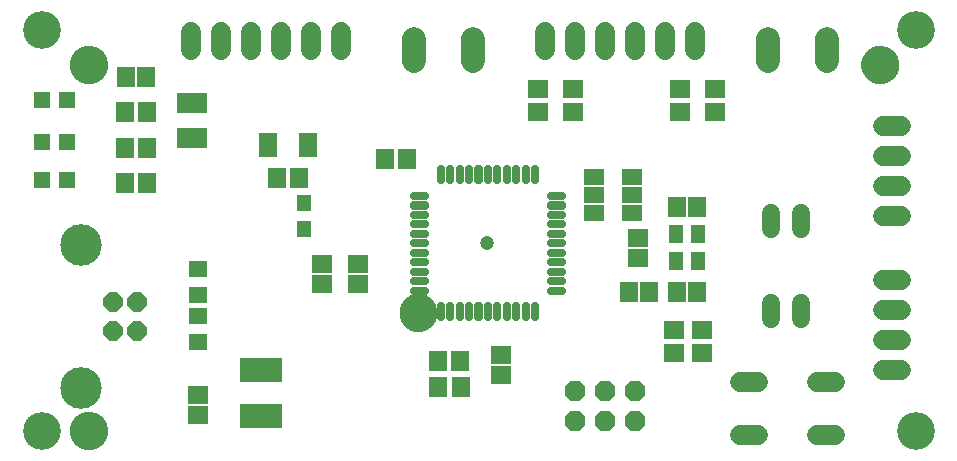
<source format=gbr>
G04 EAGLE Gerber RS-274X export*
G75*
%MOMM*%
%FSLAX34Y34*%
%LPD*%
%INSoldermask Top*%
%IPPOS*%
%AMOC8*
5,1,8,0,0,1.08239X$1,22.5*%
G01*
%ADD10C,3.203200*%
%ADD11R,1.703200X1.503200*%
%ADD12R,1.503200X1.703200*%
%ADD13R,2.603200X1.803200*%
%ADD14R,1.603200X2.003200*%
%ADD15R,3.603200X2.103200*%
%ADD16C,2.184400*%
%ADD17C,1.219200*%
%ADD18P,1.897646X8X22.500000*%
%ADD19R,1.203200X1.403200*%
%ADD20R,1.403200X1.403200*%
%ADD21C,0.561750*%
%ADD22C,1.203200*%
%ADD23P,1.798066X8X292.500000*%
%ADD24C,3.519200*%
%ADD25R,1.253200X1.503200*%
%ADD26R,1.603200X1.403200*%
%ADD27C,1.727200*%
%ADD28C,1.524000*%
%ADD29R,1.803400X1.371600*%
%ADD30C,1.993900*%


D10*
X30000Y30000D03*
X30000Y370000D03*
X770000Y370000D03*
X770000Y30000D03*
D11*
X162090Y43430D03*
X162090Y60430D03*
D12*
X527500Y148000D03*
X544500Y148000D03*
X567500Y148000D03*
X584500Y148000D03*
X567500Y220000D03*
X584500Y220000D03*
D11*
X267700Y154800D03*
X267700Y171800D03*
X297860Y171860D03*
X297860Y154860D03*
X418870Y94790D03*
X418870Y77790D03*
D13*
X157500Y278200D03*
X157500Y308200D03*
D12*
X101500Y330000D03*
X118500Y330000D03*
D14*
X221700Y272500D03*
X255700Y272500D03*
D15*
X215600Y42700D03*
X215600Y81700D03*
D16*
X344000Y130000D02*
X344002Y130141D01*
X344008Y130282D01*
X344018Y130422D01*
X344032Y130562D01*
X344050Y130702D01*
X344071Y130841D01*
X344097Y130980D01*
X344126Y131118D01*
X344160Y131254D01*
X344197Y131390D01*
X344238Y131525D01*
X344283Y131659D01*
X344332Y131791D01*
X344384Y131922D01*
X344440Y132051D01*
X344500Y132178D01*
X344563Y132304D01*
X344629Y132428D01*
X344700Y132551D01*
X344773Y132671D01*
X344850Y132789D01*
X344930Y132905D01*
X345014Y133018D01*
X345100Y133129D01*
X345190Y133238D01*
X345283Y133344D01*
X345378Y133447D01*
X345477Y133548D01*
X345578Y133646D01*
X345682Y133741D01*
X345789Y133833D01*
X345898Y133922D01*
X346010Y134007D01*
X346124Y134090D01*
X346240Y134170D01*
X346359Y134246D01*
X346480Y134318D01*
X346602Y134388D01*
X346727Y134453D01*
X346853Y134516D01*
X346981Y134574D01*
X347111Y134629D01*
X347242Y134681D01*
X347375Y134728D01*
X347509Y134772D01*
X347644Y134813D01*
X347780Y134849D01*
X347917Y134881D01*
X348055Y134910D01*
X348193Y134935D01*
X348333Y134955D01*
X348473Y134972D01*
X348613Y134985D01*
X348754Y134994D01*
X348894Y134999D01*
X349035Y135000D01*
X349176Y134997D01*
X349317Y134990D01*
X349457Y134979D01*
X349597Y134964D01*
X349737Y134945D01*
X349876Y134923D01*
X350014Y134896D01*
X350152Y134866D01*
X350288Y134831D01*
X350424Y134793D01*
X350558Y134751D01*
X350692Y134705D01*
X350824Y134656D01*
X350954Y134602D01*
X351083Y134545D01*
X351210Y134485D01*
X351336Y134421D01*
X351459Y134353D01*
X351581Y134282D01*
X351701Y134208D01*
X351818Y134130D01*
X351933Y134049D01*
X352046Y133965D01*
X352157Y133878D01*
X352265Y133787D01*
X352370Y133694D01*
X352473Y133597D01*
X352573Y133498D01*
X352670Y133396D01*
X352764Y133291D01*
X352855Y133184D01*
X352943Y133074D01*
X353028Y132962D01*
X353110Y132847D01*
X353189Y132730D01*
X353264Y132611D01*
X353336Y132490D01*
X353404Y132367D01*
X353469Y132242D01*
X353531Y132115D01*
X353588Y131986D01*
X353643Y131856D01*
X353693Y131725D01*
X353740Y131592D01*
X353783Y131458D01*
X353822Y131322D01*
X353857Y131186D01*
X353889Y131049D01*
X353916Y130911D01*
X353940Y130772D01*
X353960Y130632D01*
X353976Y130492D01*
X353988Y130352D01*
X353996Y130211D01*
X354000Y130070D01*
X354000Y129930D01*
X353996Y129789D01*
X353988Y129648D01*
X353976Y129508D01*
X353960Y129368D01*
X353940Y129228D01*
X353916Y129089D01*
X353889Y128951D01*
X353857Y128814D01*
X353822Y128678D01*
X353783Y128542D01*
X353740Y128408D01*
X353693Y128275D01*
X353643Y128144D01*
X353588Y128014D01*
X353531Y127885D01*
X353469Y127758D01*
X353404Y127633D01*
X353336Y127510D01*
X353264Y127389D01*
X353189Y127270D01*
X353110Y127153D01*
X353028Y127038D01*
X352943Y126926D01*
X352855Y126816D01*
X352764Y126709D01*
X352670Y126604D01*
X352573Y126502D01*
X352473Y126403D01*
X352370Y126306D01*
X352265Y126213D01*
X352157Y126122D01*
X352046Y126035D01*
X351933Y125951D01*
X351818Y125870D01*
X351701Y125792D01*
X351581Y125718D01*
X351459Y125647D01*
X351336Y125579D01*
X351210Y125515D01*
X351083Y125455D01*
X350954Y125398D01*
X350824Y125344D01*
X350692Y125295D01*
X350558Y125249D01*
X350424Y125207D01*
X350288Y125169D01*
X350152Y125134D01*
X350014Y125104D01*
X349876Y125077D01*
X349737Y125055D01*
X349597Y125036D01*
X349457Y125021D01*
X349317Y125010D01*
X349176Y125003D01*
X349035Y125000D01*
X348894Y125001D01*
X348754Y125006D01*
X348613Y125015D01*
X348473Y125028D01*
X348333Y125045D01*
X348193Y125065D01*
X348055Y125090D01*
X347917Y125119D01*
X347780Y125151D01*
X347644Y125187D01*
X347509Y125228D01*
X347375Y125272D01*
X347242Y125319D01*
X347111Y125371D01*
X346981Y125426D01*
X346853Y125484D01*
X346727Y125547D01*
X346602Y125612D01*
X346480Y125682D01*
X346359Y125754D01*
X346240Y125830D01*
X346124Y125910D01*
X346010Y125993D01*
X345898Y126078D01*
X345789Y126167D01*
X345682Y126259D01*
X345578Y126354D01*
X345477Y126452D01*
X345378Y126553D01*
X345283Y126656D01*
X345190Y126762D01*
X345100Y126871D01*
X345014Y126982D01*
X344930Y127095D01*
X344850Y127211D01*
X344773Y127329D01*
X344700Y127449D01*
X344629Y127572D01*
X344563Y127696D01*
X344500Y127822D01*
X344440Y127949D01*
X344384Y128078D01*
X344332Y128209D01*
X344283Y128341D01*
X344238Y128475D01*
X344197Y128610D01*
X344160Y128746D01*
X344126Y128882D01*
X344097Y129020D01*
X344071Y129159D01*
X344050Y129298D01*
X344032Y129438D01*
X344018Y129578D01*
X344008Y129718D01*
X344002Y129859D01*
X344000Y130000D01*
D17*
X349000Y130000D03*
D16*
X65000Y30000D02*
X65002Y30141D01*
X65008Y30282D01*
X65018Y30422D01*
X65032Y30562D01*
X65050Y30702D01*
X65071Y30841D01*
X65097Y30980D01*
X65126Y31118D01*
X65160Y31254D01*
X65197Y31390D01*
X65238Y31525D01*
X65283Y31659D01*
X65332Y31791D01*
X65384Y31922D01*
X65440Y32051D01*
X65500Y32178D01*
X65563Y32304D01*
X65629Y32428D01*
X65700Y32551D01*
X65773Y32671D01*
X65850Y32789D01*
X65930Y32905D01*
X66014Y33018D01*
X66100Y33129D01*
X66190Y33238D01*
X66283Y33344D01*
X66378Y33447D01*
X66477Y33548D01*
X66578Y33646D01*
X66682Y33741D01*
X66789Y33833D01*
X66898Y33922D01*
X67010Y34007D01*
X67124Y34090D01*
X67240Y34170D01*
X67359Y34246D01*
X67480Y34318D01*
X67602Y34388D01*
X67727Y34453D01*
X67853Y34516D01*
X67981Y34574D01*
X68111Y34629D01*
X68242Y34681D01*
X68375Y34728D01*
X68509Y34772D01*
X68644Y34813D01*
X68780Y34849D01*
X68917Y34881D01*
X69055Y34910D01*
X69193Y34935D01*
X69333Y34955D01*
X69473Y34972D01*
X69613Y34985D01*
X69754Y34994D01*
X69894Y34999D01*
X70035Y35000D01*
X70176Y34997D01*
X70317Y34990D01*
X70457Y34979D01*
X70597Y34964D01*
X70737Y34945D01*
X70876Y34923D01*
X71014Y34896D01*
X71152Y34866D01*
X71288Y34831D01*
X71424Y34793D01*
X71558Y34751D01*
X71692Y34705D01*
X71824Y34656D01*
X71954Y34602D01*
X72083Y34545D01*
X72210Y34485D01*
X72336Y34421D01*
X72459Y34353D01*
X72581Y34282D01*
X72701Y34208D01*
X72818Y34130D01*
X72933Y34049D01*
X73046Y33965D01*
X73157Y33878D01*
X73265Y33787D01*
X73370Y33694D01*
X73473Y33597D01*
X73573Y33498D01*
X73670Y33396D01*
X73764Y33291D01*
X73855Y33184D01*
X73943Y33074D01*
X74028Y32962D01*
X74110Y32847D01*
X74189Y32730D01*
X74264Y32611D01*
X74336Y32490D01*
X74404Y32367D01*
X74469Y32242D01*
X74531Y32115D01*
X74588Y31986D01*
X74643Y31856D01*
X74693Y31725D01*
X74740Y31592D01*
X74783Y31458D01*
X74822Y31322D01*
X74857Y31186D01*
X74889Y31049D01*
X74916Y30911D01*
X74940Y30772D01*
X74960Y30632D01*
X74976Y30492D01*
X74988Y30352D01*
X74996Y30211D01*
X75000Y30070D01*
X75000Y29930D01*
X74996Y29789D01*
X74988Y29648D01*
X74976Y29508D01*
X74960Y29368D01*
X74940Y29228D01*
X74916Y29089D01*
X74889Y28951D01*
X74857Y28814D01*
X74822Y28678D01*
X74783Y28542D01*
X74740Y28408D01*
X74693Y28275D01*
X74643Y28144D01*
X74588Y28014D01*
X74531Y27885D01*
X74469Y27758D01*
X74404Y27633D01*
X74336Y27510D01*
X74264Y27389D01*
X74189Y27270D01*
X74110Y27153D01*
X74028Y27038D01*
X73943Y26926D01*
X73855Y26816D01*
X73764Y26709D01*
X73670Y26604D01*
X73573Y26502D01*
X73473Y26403D01*
X73370Y26306D01*
X73265Y26213D01*
X73157Y26122D01*
X73046Y26035D01*
X72933Y25951D01*
X72818Y25870D01*
X72701Y25792D01*
X72581Y25718D01*
X72459Y25647D01*
X72336Y25579D01*
X72210Y25515D01*
X72083Y25455D01*
X71954Y25398D01*
X71824Y25344D01*
X71692Y25295D01*
X71558Y25249D01*
X71424Y25207D01*
X71288Y25169D01*
X71152Y25134D01*
X71014Y25104D01*
X70876Y25077D01*
X70737Y25055D01*
X70597Y25036D01*
X70457Y25021D01*
X70317Y25010D01*
X70176Y25003D01*
X70035Y25000D01*
X69894Y25001D01*
X69754Y25006D01*
X69613Y25015D01*
X69473Y25028D01*
X69333Y25045D01*
X69193Y25065D01*
X69055Y25090D01*
X68917Y25119D01*
X68780Y25151D01*
X68644Y25187D01*
X68509Y25228D01*
X68375Y25272D01*
X68242Y25319D01*
X68111Y25371D01*
X67981Y25426D01*
X67853Y25484D01*
X67727Y25547D01*
X67602Y25612D01*
X67480Y25682D01*
X67359Y25754D01*
X67240Y25830D01*
X67124Y25910D01*
X67010Y25993D01*
X66898Y26078D01*
X66789Y26167D01*
X66682Y26259D01*
X66578Y26354D01*
X66477Y26452D01*
X66378Y26553D01*
X66283Y26656D01*
X66190Y26762D01*
X66100Y26871D01*
X66014Y26982D01*
X65930Y27095D01*
X65850Y27211D01*
X65773Y27329D01*
X65700Y27449D01*
X65629Y27572D01*
X65563Y27696D01*
X65500Y27822D01*
X65440Y27949D01*
X65384Y28078D01*
X65332Y28209D01*
X65283Y28341D01*
X65238Y28475D01*
X65197Y28610D01*
X65160Y28746D01*
X65126Y28882D01*
X65097Y29020D01*
X65071Y29159D01*
X65050Y29298D01*
X65032Y29438D01*
X65018Y29578D01*
X65008Y29718D01*
X65002Y29859D01*
X65000Y30000D01*
D17*
X70000Y30000D03*
D16*
X735000Y340000D02*
X735002Y340141D01*
X735008Y340282D01*
X735018Y340422D01*
X735032Y340562D01*
X735050Y340702D01*
X735071Y340841D01*
X735097Y340980D01*
X735126Y341118D01*
X735160Y341254D01*
X735197Y341390D01*
X735238Y341525D01*
X735283Y341659D01*
X735332Y341791D01*
X735384Y341922D01*
X735440Y342051D01*
X735500Y342178D01*
X735563Y342304D01*
X735629Y342428D01*
X735700Y342551D01*
X735773Y342671D01*
X735850Y342789D01*
X735930Y342905D01*
X736014Y343018D01*
X736100Y343129D01*
X736190Y343238D01*
X736283Y343344D01*
X736378Y343447D01*
X736477Y343548D01*
X736578Y343646D01*
X736682Y343741D01*
X736789Y343833D01*
X736898Y343922D01*
X737010Y344007D01*
X737124Y344090D01*
X737240Y344170D01*
X737359Y344246D01*
X737480Y344318D01*
X737602Y344388D01*
X737727Y344453D01*
X737853Y344516D01*
X737981Y344574D01*
X738111Y344629D01*
X738242Y344681D01*
X738375Y344728D01*
X738509Y344772D01*
X738644Y344813D01*
X738780Y344849D01*
X738917Y344881D01*
X739055Y344910D01*
X739193Y344935D01*
X739333Y344955D01*
X739473Y344972D01*
X739613Y344985D01*
X739754Y344994D01*
X739894Y344999D01*
X740035Y345000D01*
X740176Y344997D01*
X740317Y344990D01*
X740457Y344979D01*
X740597Y344964D01*
X740737Y344945D01*
X740876Y344923D01*
X741014Y344896D01*
X741152Y344866D01*
X741288Y344831D01*
X741424Y344793D01*
X741558Y344751D01*
X741692Y344705D01*
X741824Y344656D01*
X741954Y344602D01*
X742083Y344545D01*
X742210Y344485D01*
X742336Y344421D01*
X742459Y344353D01*
X742581Y344282D01*
X742701Y344208D01*
X742818Y344130D01*
X742933Y344049D01*
X743046Y343965D01*
X743157Y343878D01*
X743265Y343787D01*
X743370Y343694D01*
X743473Y343597D01*
X743573Y343498D01*
X743670Y343396D01*
X743764Y343291D01*
X743855Y343184D01*
X743943Y343074D01*
X744028Y342962D01*
X744110Y342847D01*
X744189Y342730D01*
X744264Y342611D01*
X744336Y342490D01*
X744404Y342367D01*
X744469Y342242D01*
X744531Y342115D01*
X744588Y341986D01*
X744643Y341856D01*
X744693Y341725D01*
X744740Y341592D01*
X744783Y341458D01*
X744822Y341322D01*
X744857Y341186D01*
X744889Y341049D01*
X744916Y340911D01*
X744940Y340772D01*
X744960Y340632D01*
X744976Y340492D01*
X744988Y340352D01*
X744996Y340211D01*
X745000Y340070D01*
X745000Y339930D01*
X744996Y339789D01*
X744988Y339648D01*
X744976Y339508D01*
X744960Y339368D01*
X744940Y339228D01*
X744916Y339089D01*
X744889Y338951D01*
X744857Y338814D01*
X744822Y338678D01*
X744783Y338542D01*
X744740Y338408D01*
X744693Y338275D01*
X744643Y338144D01*
X744588Y338014D01*
X744531Y337885D01*
X744469Y337758D01*
X744404Y337633D01*
X744336Y337510D01*
X744264Y337389D01*
X744189Y337270D01*
X744110Y337153D01*
X744028Y337038D01*
X743943Y336926D01*
X743855Y336816D01*
X743764Y336709D01*
X743670Y336604D01*
X743573Y336502D01*
X743473Y336403D01*
X743370Y336306D01*
X743265Y336213D01*
X743157Y336122D01*
X743046Y336035D01*
X742933Y335951D01*
X742818Y335870D01*
X742701Y335792D01*
X742581Y335718D01*
X742459Y335647D01*
X742336Y335579D01*
X742210Y335515D01*
X742083Y335455D01*
X741954Y335398D01*
X741824Y335344D01*
X741692Y335295D01*
X741558Y335249D01*
X741424Y335207D01*
X741288Y335169D01*
X741152Y335134D01*
X741014Y335104D01*
X740876Y335077D01*
X740737Y335055D01*
X740597Y335036D01*
X740457Y335021D01*
X740317Y335010D01*
X740176Y335003D01*
X740035Y335000D01*
X739894Y335001D01*
X739754Y335006D01*
X739613Y335015D01*
X739473Y335028D01*
X739333Y335045D01*
X739193Y335065D01*
X739055Y335090D01*
X738917Y335119D01*
X738780Y335151D01*
X738644Y335187D01*
X738509Y335228D01*
X738375Y335272D01*
X738242Y335319D01*
X738111Y335371D01*
X737981Y335426D01*
X737853Y335484D01*
X737727Y335547D01*
X737602Y335612D01*
X737480Y335682D01*
X737359Y335754D01*
X737240Y335830D01*
X737124Y335910D01*
X737010Y335993D01*
X736898Y336078D01*
X736789Y336167D01*
X736682Y336259D01*
X736578Y336354D01*
X736477Y336452D01*
X736378Y336553D01*
X736283Y336656D01*
X736190Y336762D01*
X736100Y336871D01*
X736014Y336982D01*
X735930Y337095D01*
X735850Y337211D01*
X735773Y337329D01*
X735700Y337449D01*
X735629Y337572D01*
X735563Y337696D01*
X735500Y337822D01*
X735440Y337949D01*
X735384Y338078D01*
X735332Y338209D01*
X735283Y338341D01*
X735238Y338475D01*
X735197Y338610D01*
X735160Y338746D01*
X735126Y338882D01*
X735097Y339020D01*
X735071Y339159D01*
X735050Y339298D01*
X735032Y339438D01*
X735018Y339578D01*
X735008Y339718D01*
X735002Y339859D01*
X735000Y340000D01*
D17*
X740000Y340000D03*
D18*
X481800Y38400D03*
X481800Y63800D03*
X507200Y38400D03*
X507200Y63800D03*
X532600Y38400D03*
X532600Y63800D03*
D19*
X252300Y223100D03*
X252300Y201100D03*
D20*
X51300Y310600D03*
X30300Y310600D03*
D11*
X535200Y193780D03*
X535200Y176780D03*
D20*
X30300Y242500D03*
X51300Y242500D03*
X30300Y274400D03*
X51300Y274400D03*
D21*
X367857Y136607D02*
X367857Y126193D01*
X366943Y126193D01*
X366943Y136607D01*
X367857Y136607D01*
X367857Y131530D02*
X366943Y131530D01*
X375857Y136607D02*
X375857Y126193D01*
X374943Y126193D01*
X374943Y136607D01*
X375857Y136607D01*
X375857Y131530D02*
X374943Y131530D01*
X383857Y136607D02*
X383857Y126193D01*
X382943Y126193D01*
X382943Y136607D01*
X383857Y136607D01*
X383857Y131530D02*
X382943Y131530D01*
X391857Y136607D02*
X391857Y126193D01*
X390943Y126193D01*
X390943Y136607D01*
X391857Y136607D01*
X391857Y131530D02*
X390943Y131530D01*
X399857Y136607D02*
X399857Y126193D01*
X398943Y126193D01*
X398943Y136607D01*
X399857Y136607D01*
X399857Y131530D02*
X398943Y131530D01*
X407857Y136607D02*
X407857Y126193D01*
X406943Y126193D01*
X406943Y136607D01*
X407857Y136607D01*
X407857Y131530D02*
X406943Y131530D01*
X415857Y136607D02*
X415857Y126193D01*
X414943Y126193D01*
X414943Y136607D01*
X415857Y136607D01*
X415857Y131530D02*
X414943Y131530D01*
X423857Y136607D02*
X423857Y126193D01*
X422943Y126193D01*
X422943Y136607D01*
X423857Y136607D01*
X423857Y131530D02*
X422943Y131530D01*
X431857Y136607D02*
X431857Y126193D01*
X430943Y126193D01*
X430943Y136607D01*
X431857Y136607D01*
X431857Y131530D02*
X430943Y131530D01*
X439857Y136607D02*
X439857Y126193D01*
X438943Y126193D01*
X438943Y136607D01*
X439857Y136607D01*
X439857Y131530D02*
X438943Y131530D01*
X447857Y136607D02*
X447857Y126193D01*
X446943Y126193D01*
X446943Y136607D01*
X447857Y136607D01*
X447857Y131530D02*
X446943Y131530D01*
X470607Y148943D02*
X470607Y149857D01*
X470607Y148943D02*
X460193Y148943D01*
X460193Y149857D01*
X470607Y149857D01*
X470607Y156943D02*
X470607Y157857D01*
X470607Y156943D02*
X460193Y156943D01*
X460193Y157857D01*
X470607Y157857D01*
X470607Y164943D02*
X470607Y165857D01*
X470607Y164943D02*
X460193Y164943D01*
X460193Y165857D01*
X470607Y165857D01*
X470607Y172943D02*
X470607Y173857D01*
X470607Y172943D02*
X460193Y172943D01*
X460193Y173857D01*
X470607Y173857D01*
X470607Y180943D02*
X470607Y181857D01*
X470607Y180943D02*
X460193Y180943D01*
X460193Y181857D01*
X470607Y181857D01*
X470607Y188943D02*
X470607Y189857D01*
X470607Y188943D02*
X460193Y188943D01*
X460193Y189857D01*
X470607Y189857D01*
X470607Y196943D02*
X470607Y197857D01*
X470607Y196943D02*
X460193Y196943D01*
X460193Y197857D01*
X470607Y197857D01*
X470607Y204943D02*
X470607Y205857D01*
X470607Y204943D02*
X460193Y204943D01*
X460193Y205857D01*
X470607Y205857D01*
X470607Y212943D02*
X470607Y213857D01*
X470607Y212943D02*
X460193Y212943D01*
X460193Y213857D01*
X470607Y213857D01*
X470607Y220943D02*
X470607Y221857D01*
X470607Y220943D02*
X460193Y220943D01*
X460193Y221857D01*
X470607Y221857D01*
X470607Y228943D02*
X470607Y229857D01*
X470607Y228943D02*
X460193Y228943D01*
X460193Y229857D01*
X470607Y229857D01*
X447857Y242193D02*
X447857Y252607D01*
X447857Y242193D02*
X446943Y242193D01*
X446943Y252607D01*
X447857Y252607D01*
X447857Y247530D02*
X446943Y247530D01*
X439857Y252607D02*
X439857Y242193D01*
X438943Y242193D01*
X438943Y252607D01*
X439857Y252607D01*
X439857Y247530D02*
X438943Y247530D01*
X431857Y252607D02*
X431857Y242193D01*
X430943Y242193D01*
X430943Y252607D01*
X431857Y252607D01*
X431857Y247530D02*
X430943Y247530D01*
X423857Y252607D02*
X423857Y242193D01*
X422943Y242193D01*
X422943Y252607D01*
X423857Y252607D01*
X423857Y247530D02*
X422943Y247530D01*
X415857Y252607D02*
X415857Y242193D01*
X414943Y242193D01*
X414943Y252607D01*
X415857Y252607D01*
X415857Y247530D02*
X414943Y247530D01*
X407857Y252607D02*
X407857Y242193D01*
X406943Y242193D01*
X406943Y252607D01*
X407857Y252607D01*
X407857Y247530D02*
X406943Y247530D01*
X399857Y252607D02*
X399857Y242193D01*
X398943Y242193D01*
X398943Y252607D01*
X399857Y252607D01*
X399857Y247530D02*
X398943Y247530D01*
X391857Y252607D02*
X391857Y242193D01*
X390943Y242193D01*
X390943Y252607D01*
X391857Y252607D01*
X391857Y247530D02*
X390943Y247530D01*
X383857Y252607D02*
X383857Y242193D01*
X382943Y242193D01*
X382943Y252607D01*
X383857Y252607D01*
X383857Y247530D02*
X382943Y247530D01*
X375857Y252607D02*
X375857Y242193D01*
X374943Y242193D01*
X374943Y252607D01*
X375857Y252607D01*
X375857Y247530D02*
X374943Y247530D01*
X367857Y252607D02*
X367857Y242193D01*
X366943Y242193D01*
X366943Y252607D01*
X367857Y252607D01*
X367857Y247530D02*
X366943Y247530D01*
X354607Y229857D02*
X354607Y228943D01*
X344193Y228943D01*
X344193Y229857D01*
X354607Y229857D01*
X354607Y221857D02*
X354607Y220943D01*
X344193Y220943D01*
X344193Y221857D01*
X354607Y221857D01*
X354607Y213857D02*
X354607Y212943D01*
X344193Y212943D01*
X344193Y213857D01*
X354607Y213857D01*
X354607Y205857D02*
X354607Y204943D01*
X344193Y204943D01*
X344193Y205857D01*
X354607Y205857D01*
X354607Y197857D02*
X354607Y196943D01*
X344193Y196943D01*
X344193Y197857D01*
X354607Y197857D01*
X354607Y189857D02*
X354607Y188943D01*
X344193Y188943D01*
X344193Y189857D01*
X354607Y189857D01*
X354607Y181857D02*
X354607Y180943D01*
X344193Y180943D01*
X344193Y181857D01*
X354607Y181857D01*
X354607Y173857D02*
X354607Y172943D01*
X344193Y172943D01*
X344193Y173857D01*
X354607Y173857D01*
X354607Y165857D02*
X354607Y164943D01*
X344193Y164943D01*
X344193Y165857D01*
X354607Y165857D01*
X354607Y157857D02*
X354607Y156943D01*
X344193Y156943D01*
X344193Y157857D01*
X354607Y157857D01*
X354607Y149857D02*
X354607Y148943D01*
X344193Y148943D01*
X344193Y149857D01*
X354607Y149857D01*
D22*
X407400Y189400D03*
D23*
X110600Y114500D03*
X110600Y139500D03*
X90600Y139500D03*
X90600Y114500D03*
D24*
X63500Y187200D03*
X63500Y66800D03*
D25*
X566750Y196780D03*
X566750Y173780D03*
X585250Y173780D03*
X585250Y196780D03*
D26*
X162000Y127450D03*
X162000Y105450D03*
X162000Y145190D03*
X162000Y167190D03*
D12*
X365580Y67460D03*
X384580Y67460D03*
X365470Y89450D03*
X384470Y89450D03*
X100500Y300000D03*
X119500Y300000D03*
X100500Y240000D03*
X119500Y240000D03*
X100500Y270000D03*
X119500Y270000D03*
X248200Y244400D03*
X229200Y244400D03*
D27*
X621068Y71506D02*
X636308Y71506D01*
X636308Y26294D02*
X621068Y26294D01*
X686092Y71506D02*
X701332Y71506D01*
X701332Y26294D02*
X686092Y26294D01*
X742380Y81900D02*
X757620Y81900D01*
X757620Y107300D02*
X742380Y107300D01*
X742380Y132700D02*
X757620Y132700D01*
X757620Y158100D02*
X742380Y158100D01*
D28*
X672700Y201496D02*
X672700Y214704D01*
X647300Y214704D02*
X647300Y201496D01*
X647300Y138504D02*
X647300Y125296D01*
X672700Y125296D02*
X672700Y138504D01*
D29*
X498000Y214760D03*
X498000Y230000D03*
X498000Y245240D03*
X530000Y214760D03*
X530000Y230000D03*
X530000Y245240D03*
D27*
X742380Y211900D02*
X757620Y211900D01*
X757620Y237300D02*
X742380Y237300D01*
X742380Y262700D02*
X757620Y262700D01*
X757620Y288100D02*
X742380Y288100D01*
D11*
X565000Y96500D03*
X565000Y115500D03*
X589000Y115500D03*
X589000Y96500D03*
D30*
X395000Y343747D02*
X395000Y361654D01*
X345000Y361654D02*
X345000Y343747D01*
X695000Y343747D02*
X695000Y361654D01*
X645000Y361654D02*
X645000Y343747D01*
D11*
X480000Y300500D03*
X480000Y319500D03*
X570000Y300500D03*
X570000Y319500D03*
D27*
X283500Y352380D02*
X283500Y367620D01*
X258100Y367620D02*
X258100Y352380D01*
X232700Y352380D02*
X232700Y367620D01*
X207300Y367620D02*
X207300Y352380D01*
X181900Y352380D02*
X181900Y367620D01*
X156500Y367620D02*
X156500Y352380D01*
X583500Y352380D02*
X583500Y367620D01*
X558100Y367620D02*
X558100Y352380D01*
X532700Y352380D02*
X532700Y367620D01*
X507300Y367620D02*
X507300Y352380D01*
X481900Y352380D02*
X481900Y367620D01*
X456500Y367620D02*
X456500Y352380D01*
D11*
X600000Y300500D03*
X600000Y319500D03*
X450000Y300500D03*
X450000Y319500D03*
D12*
X320500Y260000D03*
X339500Y260000D03*
D16*
X65000Y340000D02*
X65002Y340141D01*
X65008Y340282D01*
X65018Y340422D01*
X65032Y340562D01*
X65050Y340702D01*
X65071Y340841D01*
X65097Y340980D01*
X65126Y341118D01*
X65160Y341254D01*
X65197Y341390D01*
X65238Y341525D01*
X65283Y341659D01*
X65332Y341791D01*
X65384Y341922D01*
X65440Y342051D01*
X65500Y342178D01*
X65563Y342304D01*
X65629Y342428D01*
X65700Y342551D01*
X65773Y342671D01*
X65850Y342789D01*
X65930Y342905D01*
X66014Y343018D01*
X66100Y343129D01*
X66190Y343238D01*
X66283Y343344D01*
X66378Y343447D01*
X66477Y343548D01*
X66578Y343646D01*
X66682Y343741D01*
X66789Y343833D01*
X66898Y343922D01*
X67010Y344007D01*
X67124Y344090D01*
X67240Y344170D01*
X67359Y344246D01*
X67480Y344318D01*
X67602Y344388D01*
X67727Y344453D01*
X67853Y344516D01*
X67981Y344574D01*
X68111Y344629D01*
X68242Y344681D01*
X68375Y344728D01*
X68509Y344772D01*
X68644Y344813D01*
X68780Y344849D01*
X68917Y344881D01*
X69055Y344910D01*
X69193Y344935D01*
X69333Y344955D01*
X69473Y344972D01*
X69613Y344985D01*
X69754Y344994D01*
X69894Y344999D01*
X70035Y345000D01*
X70176Y344997D01*
X70317Y344990D01*
X70457Y344979D01*
X70597Y344964D01*
X70737Y344945D01*
X70876Y344923D01*
X71014Y344896D01*
X71152Y344866D01*
X71288Y344831D01*
X71424Y344793D01*
X71558Y344751D01*
X71692Y344705D01*
X71824Y344656D01*
X71954Y344602D01*
X72083Y344545D01*
X72210Y344485D01*
X72336Y344421D01*
X72459Y344353D01*
X72581Y344282D01*
X72701Y344208D01*
X72818Y344130D01*
X72933Y344049D01*
X73046Y343965D01*
X73157Y343878D01*
X73265Y343787D01*
X73370Y343694D01*
X73473Y343597D01*
X73573Y343498D01*
X73670Y343396D01*
X73764Y343291D01*
X73855Y343184D01*
X73943Y343074D01*
X74028Y342962D01*
X74110Y342847D01*
X74189Y342730D01*
X74264Y342611D01*
X74336Y342490D01*
X74404Y342367D01*
X74469Y342242D01*
X74531Y342115D01*
X74588Y341986D01*
X74643Y341856D01*
X74693Y341725D01*
X74740Y341592D01*
X74783Y341458D01*
X74822Y341322D01*
X74857Y341186D01*
X74889Y341049D01*
X74916Y340911D01*
X74940Y340772D01*
X74960Y340632D01*
X74976Y340492D01*
X74988Y340352D01*
X74996Y340211D01*
X75000Y340070D01*
X75000Y339930D01*
X74996Y339789D01*
X74988Y339648D01*
X74976Y339508D01*
X74960Y339368D01*
X74940Y339228D01*
X74916Y339089D01*
X74889Y338951D01*
X74857Y338814D01*
X74822Y338678D01*
X74783Y338542D01*
X74740Y338408D01*
X74693Y338275D01*
X74643Y338144D01*
X74588Y338014D01*
X74531Y337885D01*
X74469Y337758D01*
X74404Y337633D01*
X74336Y337510D01*
X74264Y337389D01*
X74189Y337270D01*
X74110Y337153D01*
X74028Y337038D01*
X73943Y336926D01*
X73855Y336816D01*
X73764Y336709D01*
X73670Y336604D01*
X73573Y336502D01*
X73473Y336403D01*
X73370Y336306D01*
X73265Y336213D01*
X73157Y336122D01*
X73046Y336035D01*
X72933Y335951D01*
X72818Y335870D01*
X72701Y335792D01*
X72581Y335718D01*
X72459Y335647D01*
X72336Y335579D01*
X72210Y335515D01*
X72083Y335455D01*
X71954Y335398D01*
X71824Y335344D01*
X71692Y335295D01*
X71558Y335249D01*
X71424Y335207D01*
X71288Y335169D01*
X71152Y335134D01*
X71014Y335104D01*
X70876Y335077D01*
X70737Y335055D01*
X70597Y335036D01*
X70457Y335021D01*
X70317Y335010D01*
X70176Y335003D01*
X70035Y335000D01*
X69894Y335001D01*
X69754Y335006D01*
X69613Y335015D01*
X69473Y335028D01*
X69333Y335045D01*
X69193Y335065D01*
X69055Y335090D01*
X68917Y335119D01*
X68780Y335151D01*
X68644Y335187D01*
X68509Y335228D01*
X68375Y335272D01*
X68242Y335319D01*
X68111Y335371D01*
X67981Y335426D01*
X67853Y335484D01*
X67727Y335547D01*
X67602Y335612D01*
X67480Y335682D01*
X67359Y335754D01*
X67240Y335830D01*
X67124Y335910D01*
X67010Y335993D01*
X66898Y336078D01*
X66789Y336167D01*
X66682Y336259D01*
X66578Y336354D01*
X66477Y336452D01*
X66378Y336553D01*
X66283Y336656D01*
X66190Y336762D01*
X66100Y336871D01*
X66014Y336982D01*
X65930Y337095D01*
X65850Y337211D01*
X65773Y337329D01*
X65700Y337449D01*
X65629Y337572D01*
X65563Y337696D01*
X65500Y337822D01*
X65440Y337949D01*
X65384Y338078D01*
X65332Y338209D01*
X65283Y338341D01*
X65238Y338475D01*
X65197Y338610D01*
X65160Y338746D01*
X65126Y338882D01*
X65097Y339020D01*
X65071Y339159D01*
X65050Y339298D01*
X65032Y339438D01*
X65018Y339578D01*
X65008Y339718D01*
X65002Y339859D01*
X65000Y340000D01*
D17*
X70000Y340000D03*
M02*

</source>
